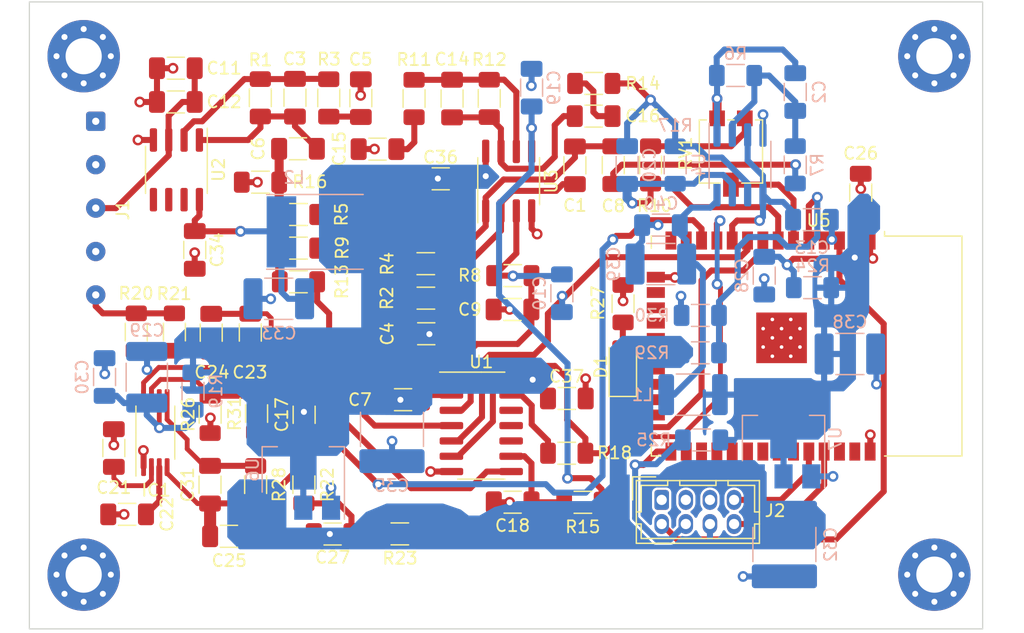
<source format=kicad_pcb>
(kicad_pcb (version 20211014) (generator pcbnew)
  (layers (0 "F.Cu" signal) (1 "In1.Cu" power) (2 "In2.Cu" power) (31 "B.Cu" signal) (34 "B.Paste" user) (35 "F.Paste" user) (36 "B.SilkS" user "B.Silkscreen") (37 "F.SilkS" user "F.Silkscreen") (38 "B.Mask" user) (39 "F.Mask" user) (44 "Edge.Cuts" user))
  (net 0 "")
  (net 1 "Net-(C4-Pad1)")
  (net 2 "Net-(C1-Pad2)")
  (net 3 "Net-(C3-Pad1)")
  (net 4 "Net-(C3-Pad2)")
  (net 5 "Net-(C15-Pad1)")
  (net 6 "Net-(C14-Pad2)")
  (net 7 "Net-(R10-Pad2)")
  (net 8 "Net-(C8-Pad1)")
  (net 9 "Net-(C2-Pad2)")
  (net 10 "Preamp")
  (net 11 "Net-(R9-Pad2)")
  (net 12 "CH1")
  (net 13 "Net-(C10-Pad1)")
  (net 14 "Net-(C2-Pad1)")
  (net 15 "Net-(R5-Pad2)")
  (net 16 "Net-(C1-Pad1)")
  (net 17 "Net-(C5-Pad2)")
  (net 18 "GND")
  (net 19 "/SENSOR_VN")
  (net 20 "+12V")
  (net 21 "Net-(D1-Pad2)")
  (net 22 "/IO0")
  (net 23 "/EN")
  (net 24 "Net-(C25-Pad2)")
  (net 25 "Net-(C23-Pad2)")
  (net 26 "/IO27")
  (net 27 "Net-(C20-Pad2)")
  (net 28 "CH2")
  (net 29 "Net-(C19-Pad1)")
  (net 30 "Net-(C16-Pad1)")
  (net 31 "Net-(R13-Pad2)")
  (net 32 "Net-(C14-Pad1)")
  (net 33 "/SENSOR_VP")
  (net 52 "/RXD")
  (net 53 "/TXD")
  (net 56 "Net-(C23-Pad1)")
  (net 57 "/RX")
  (net 58 "/TX")
  (net 59 "Net-(C7-Pad1)")
  (net 60 "Vref")
  (net 61 "RX_R")
  (net 62 "Net-(C25-Pad1)")
  (net 63 "Net-(C27-Pad2)")
  (net 64 "Net-(C31-Pad2)")
  (net 65 "/LED")
  (net 66 "/TX_PIN")
  (net 67 "RX_X")
  (net 68 "SW1_X")
  (net 69 "SW2_R")
  (net 70 "+5V")
  (net 71 "Net-(C29-Pad1)")
  (net 72 "Net-(R18-Pad2)")
  (net 79 "Net-(C21-Pad1)")
  (net 80 "Net-(C22-Pad2)")
  (net 81 "Net-(IC1-Pad7)")
  (net 82 "/+3V3")
  (net 83 "Net-(C33-Pad1)")
  (net 84 "Net-(C39-Pad1)")
  (footprint "Resistor_SMD:R_1206_3216Metric_Pad1.30x1.75mm_HandSolder" (layer "F.Cu") (at 73.8 45.71)
    (fp_text reference "R13")
    (fp_text value "10k")
  )
  (footprint "Capacitor_SMD:C_1206_3216Metric_Pad1.33x1.80mm_HandSolder" (layer "F.Cu") (at 78.97 30.48 -90)
    (fp_text reference "C5")
    (fp_text value "220n")
  )
  (footprint "Capacitor_SMD:C_1206_3216Metric_Pad1.33x1.80mm_HandSolder" (layer "F.Cu") (at 76.63 66.63)
    (fp_text reference "C27")
    (fp_text value "22n")
  )
  (footprint "Resistor_SMD:R_1206_3216Metric_Pad1.30x1.75mm_HandSolder" (layer "F.Cu") (at 73.8 42.92)
    (fp_text reference "R9")
    (fp_text value "10k")
  )
  (footprint "Resistor_SMD:R_1206_3216Metric_Pad1.30x1.75mm_HandSolder" (layer "F.Cu") (at 70.33 56.64 90)
    (fp_text reference "R31")
    (fp_text value "5k1")
  )
  (footprint "Resistor_SMD:R_1206_3216Metric_Pad1.30x1.75mm_HandSolder" (layer "F.Cu") (at 82.2 66.62)
    (fp_text reference "R23")
    (fp_text value "10k")
  )
  (footprint "Capacitor_SMD:C_1206_3216Metric_Pad1.33x1.80mm_HandSolder" (layer "F.Cu") (at 84.39 50.02)
    (fp_text reference "C4")
    (fp_text value "1u")
  )
  (footprint "Potentiometer_SMD:Potentiometer_Vishay_TS53YL_Vertical" (layer "F.Cu") (at 109.64 34.905 90)
    (fp_text reference "RV1")
    (fp_text value "5k")
  )
  (footprint "Resistor_SMD:R_1206_3216Metric_Pad1.30x1.75mm_HandSolder" (layer "F.Cu") (at 76.31 30.46 90)
    (fp_text reference "R3")
    (fp_text value "1k")
  )
  (footprint "Capacitor_SMD:C_1206_3216Metric_Pad1.33x1.80mm_HandSolder" (layer "F.Cu") (at 96.71 36.05 -90)
    (fp_text reference "C1")
    (fp_text value "10n")
  )
  (footprint "Capacitor_SMD:C_1206_3216Metric_Pad1.33x1.80mm_HandSolder" (layer "F.Cu") (at 58.5 59.5 90)
    (fp_text reference "C21")
    (fp_text value "1u")
  )
  (footprint "Capacitor_SMD:C_1206_3216Metric_Pad1.33x1.80mm_HandSolder" (layer "F.Cu") (at 91.54 48.01 180)
    (fp_text reference "C9")
    (fp_text value "220n")
  )
  (footprint "Capacitor_SMD:C_1206_3216Metric_Pad1.33x1.80mm_HandSolder" (layer "F.Cu") (at 91.55 63.99 180)
    (fp_text reference "C18")
    (fp_text value "220n")
  )
  (footprint "Resistor_SMD:R_1206_3216Metric_Pad1.30x1.75mm_HandSolder" (layer "F.Cu") (at 73.8 40.13)
    (fp_text reference "R5")
    (fp_text value "10k")
  )
  (footprint "Capacitor_SMD:C_1206_3216Metric_Pad1.33x1.80mm_HandSolder" (layer "F.Cu") (at 65.205 43.06625 -90)
    (fp_text reference "C34")
    (fp_text value "100n")
  )
  (footprint "Capacitor_SMD:C_1206_3216Metric_Pad1.33x1.80mm_HandSolder" (layer "F.Cu") (at 68.04 66.82)
    (fp_text reference "C25")
    (fp_text value "22n")
  )
  (footprint "Resistor_SMD:R_1206_3216Metric_Pad1.30x1.75mm_HandSolder" (layer "F.Cu") (at 83.38 30.51 90)
    (fp_text reference "R11")
    (fp_text value "22k")
  )
  (footprint "Resistor_SMD:R_1206_3216Metric_Pad1.30x1.75mm_HandSolder" (layer "F.Cu") (at 60.36 49.88 -90)
    (fp_text reference "R20")
    (fp_text value "10")
  )
  (footprint "MountingHole:MountingHole_3mm_Pad_Via" (layer "F.Cu") (at 56 27)
    (fp_text reference "H1" hide)
    (fp_text value "MountingHole_Pad")
  )
  (footprint "Connector_Wire:SolderWire-0.1sqmm_1x05_P3.6mm_D0.4mm_OD1mm" (layer "F.Cu") (at 57 32.4 -90)
    (fp_text reference "J1")
    (fp_text value "Coils Connector")
  )
  (footprint "Package_SO:SOIC-8_3.9x4.9mm_P1.27mm" (layer "F.Cu") (at 63.685 36.42625 -90)
    (fp_text reference "U2")
    (fp_text value "MCP602")
  )
  (footprint "Resistor_SMD:R_1206_3216Metric_Pad1.30x1.75mm_HandSolder" (layer "F.Cu") (at 91.56 45.2 180)
    (fp_text reference "R8")
    (fp_text value "100k")
  )
  (footprint "Resistor_SMD:R_1206_3216Metric_Pad1.30x1.75mm_HandSolder" (layer "F.Cu") (at 70.25 62.54 -90)
    (fp_text reference "R28")
    (fp_text value "100k")
  )
  (footprint "Resistor_SMD:R_1206_3216Metric_Pad1.30x1.75mm_HandSolder" (layer "F.Cu") (at 102.98 36.02 90)
    (fp_text reference "R10")
    (fp_text value "3k")
  )
  (footprint "Capacitor_SMD:C_1206_3216Metric_Pad1.33x1.80mm_HandSolder" (layer "F.Cu") (at 66.47 62.54 90)
    (fp_text reference "C31")
    (fp_text value "100p")
  )
  (footprint "MountingHole:MountingHole_3mm_Pad_Via" (layer "F.Cu") (at 56 70)
    (fp_text reference "H4" hide)
    (fp_text value "MountingHole_Pad")
  )
  (footprint "Resistor_SMD:R_1206_3216Metric_Pad1.30x1.75mm_HandSolder" (layer "F.Cu") (at 100.7 47.53 -90)
    (fp_text reference "R27")
    (fp_text value "100")
  )
  (footprint "Resistor_SMD:R_1206_3216Metric_Pad1.30x1.75mm_HandSolder" (layer "F.Cu") (at 74.25 62.54 -90)
    (fp_text reference "R22")
    (fp_text value "10k")
  )
  (footprint "Resistor_SMD:R_1206_3216Metric_Pad1.30x1.75mm_HandSolder" (layer "F.Cu") (at 97.37 64)
    (fp_text reference "R15")
    (fp_text value "100k")
  )
  (footprint "Resistor_SMD:R_1206_3216Metric_Pad1.30x1.75mm_HandSolder" (layer "F.Cu") (at 66.48 56.71 90)
    (fp_text reference "R26")
    (fp_text value "1")
  )
  (footprint "Package_SO:TSSOP-8_4.4x3mm_P0.65mm" (layer "F.Cu") (at 61.94 58.22 90)
    (fp_text reference "IC1")
    (fp_text value "MC34119")
  )
  (footprint "Capacitor_SMD:C_1206_3216Metric_Pad1.33x1.80mm_HandSolder" (layer "F.Cu") (at 63.6375 30.79625 180)
    (fp_text reference "C12")
    (fp_text value "33n")
  )
  (footprint "MountingHole:MountingHole_3mm_Pad_Via" (layer "F.Cu") (at 126.5 27)
    (fp_text reference "H2" hide)
    (fp_text value "MountingHole_Pad")
  )
  (footprint "Capacitor_SMD:C_1206_3216Metric_Pad1.33x1.80mm_HandSolder" (layer "F.Cu") (at 74.27 56.74 90)
    (fp_text reference "C17")
    (fp_text value "10u")
  )
  (footprint "Package_SO:SOIC-8_3.9x4.9mm_P1.27mm" (layer "F.Cu") (at 91.22 37.37 90)
    (fp_text reference "U3")
    (fp_text value "MCP602")
  )
  (footprint "Capacitor_SMD:C_1206_3216Metric_Pad1.33x1.80mm_HandSolder" (layer "F.Cu") (at 69.81 49.92 -90)
    (fp_text reference "C23")
    (fp_text value "1u")
  )
  (footprint "Capacitor_SMD:C_1206_3216Metric_Pad1.33x1.80mm_HandSolder" (layer "F.Cu") (at 120.396 38.3155 90)
    (fp_text reference "C26")
    (fp_text value "100n")
  )
  (footprint "Connector_Hirose:Hirose_DF11-8DP-2DSA_2x04_P2.00mm_Vertical" (layer "F.Cu") (at 103.9 63.8)
    (fp_text reference "J2")
    (fp_text value "INTERFACE")
  )
  (footprint "Resistor_SMD:R_1206_3216Metric_Pad1.30x1.75mm_HandSolder" (layer "F.Cu") (at 70.65 37.45)
    (fp_text reference "R16")
    (fp_text value "10k")
  )
  (footprint "Capacitor_SMD:C_1206_3216Metric_Pad1.33x1.80mm_HandSolder" (layer "F.Cu") (at 96.04 55.39 180)
    (fp_text reference "C37")
    (fp_text value "100n")
  )
  (footprint "Capacitor_SMD:C_1206_3216Metric_Pad1.33x1.80mm_HandSolder" (layer "F.Cu") (at 80.35 34.71 180)
    (fp_text reference "C15")
    (fp_text value "1u")
  )
  (footprint "LED_SMD:LED_1206_3216Metric_Pad1.42x1.75mm_HandSolder" (layer "F.Cu") (at 100.68 52.7625 90)
    (fp_text reference "D1")
    (fp_text value "LED")
  )
  (footprint "Capacitor_SMD:C_1206_3216Metric_Pad1.33x1.80mm_HandSolder" (layer "F.Cu") (at 86.53 30.5125 90)
    (fp_text reference "C14")
    (fp_text value "10n")
  )
  (footprint "Resistor_SMD:R_1206_3216Metric_Pad1.30x1.75mm_HandSolder" (layer "F.Cu") (at 84.35 44.21 180)
    (fp_text reference "R4")
    (fp_text value "2M2")
  )
  (footprint "Capacitor_SMD:C_1206_3216Metric_Pad1.33x1.80mm_HandSolder" (layer "F.Cu") (at 99.89 36.0375 90)
    (fp_text reference "C8")
    (fp_text value "470n")
  )
  (footprint "Capacitor_SMD:C_1206_3216Metric_Pad1.33x1.80mm_HandSolder" (layer "F.Cu") (at 85.59 37.17)
    (fp_text reference "C36")
    (fp_text value "100n")
  )
  (footprint "Capacitor_SMD:C_1206_3216Metric_Pad1.33x1.80mm_HandSolder" (layer "F.Cu") (at 82.47 55.49 180)
    (fp_text reference "C7")
    (fp_text value "220n")
  )
  (footprint "Capacitor_SMD:C_1206_3216Metric_Pad1.33x1.80mm_HandSolder" (layer "F.Cu") (at 73.51 30.4425 -90)
    (fp_text reference "C3")
    (fp_text value "680p")
  )
  (footprint "MountingHole:MountingHole_3mm_Pad_Via" (layer "F.Cu") (at 126.5 70)
    (fp_text reference "H3" hide)
    (fp_text value "MountingHole_Pad")
  )
  (footprint "Capacitor_SMD:C_1206_3216Metric_Pad1.33x1.80mm_HandSolder" (layer "F.Cu") (at 98.26 31.97 180)
    (fp_text reference "C16")
    (fp_text value "470n")
  )
  (footprint "Resistor_SMD:R_1206_3216Metric_Pad1.30x1.75mm_HandSolder" (layer "F.Cu") (at 89.61 30.5 -90)
    (fp_text reference "R12")
    (fp_text value "2M2")
  )
  (footprint "Capacitor_SMD:C_1206_3216Metric_Pad1.33x1.80mm_HandSolder" (layer "F.Cu") (at 73.76 34.68)
    (fp_text reference "C6")
    (fp_text value "22n")
  )
  (footprint "Capacitor_SMD:C_1206_3216Metric_Pad1.33x1.80mm_HandSolder" (layer "F.Cu") (at 63.6375 27.99625)
    (fp_text reference "C11")
    (fp_text value "33n")
  )
  (footprint "Resistor_SMD:R_1206_3216Metric_Pad1.30x1.75mm_HandSolder" (layer "F.Cu") (at 96.03 59.93 180)
    (fp_text reference "R18")
    (fp_text value "10k")
  )
  (footprint "Capacitor_SMD:C_1206_3216Metric_Pad1.33x1.80mm_HandSolder" (layer "F.Cu") (at 66.57 49.93 90)
    (fp_text reference "C24")
    (fp_text value "1u")
  )
  (footprint "Resistor_SMD:R_1206_3216Metric_Pad1.30x1.75mm_HandSolder" (layer "F.Cu") (at 98.27 29.26)
    (fp_text reference "R14")
    (fp_text value "47k")
  )
  (footprint "Resistor_SMD:R_1206_3216Metric_Pad1.30x1.75mm_HandSolder" (layer "F.Cu") (at 84.36 47.07)
    (fp_text reference "R2")
    (fp_text value "22k")
  )
  (footprint "Package_SO:SO-14_3.9x8.65mm_P1.27mm" (layer "F.Cu") (at 88.95 57.64)
    (fp_text reference "U1")
    (fp_text value "4066")
  )
  (footprint "Capacitor_SMD:C_1206_3216Metric_Pad1.33x1.80mm_HandSolder" (layer "F.Cu") (at 59.6 65)
    (fp_text reference "C22")
    (fp_text value "1u")
  )
  (footprint "Resistor_SMD:R_1206_3216Metric_Pad1.30x1.75mm_HandSolder" (layer "F.Cu") (at 70.64 30.45 -90)
    (fp_text reference "R1")
    (fp_text value "180k")
  )
  (footprint "Resistor_SMD:R_1206_3216Metric_Pad1.30x1.75mm_HandSolder" (layer "F.Cu") (at 63.52 49.88 90)
    (fp_text reference "R21")
    (fp_text value "10")
  )
  (footprint "RF_Module:ESP32-WROOM-32" (layer "F.Cu") (at 112.925 51.04 -90)
    (fp_text reference "U5")
    (fp_text value "ESP32-WROOM-32")
  )
  (footprint "Resistor_SMD:R_1206_3216Metric_Pad1.30x1.75mm_HandSolder" (layer "B.Cu") (at 65.06 54.78 -90)
    (fp_text reference "R19")
    (fp_text value "1")
  )
  (footprint "Capacitor_SMD:C_1812_4532Metric_Pad1.57x3.40mm_HandSolder" (layer "B.Cu") (at 61.23 53.63 90)
    (fp_text reference "C29")
    (fp_text value "470u")
  )
  (footprint "Capacitor_SMD:C_1812_4532Metric_Pad1.57x3.40mm_HandSolder" (layer "B.Cu") (at 72.17 47.12 180)
    (fp_text reference "C33")
    (fp_text value "470u")
  )
  (footprint "Inductor_SMD:L_Taiyo-Yuden_NR-60xx_HandSoldering" (layer "B.Cu") (at 75.165 41.57 180)
    (fp_text reference "L2")
    (fp_text value "10mH")
  )
  (footprint "Capacitor_SMD:C_1206_3216Metric_Pad1.33x1.80mm_HandSolder" (layer "B.Cu") (at 57.73 53.61 -90)
    (fp_text reference "C30")
    (fp_text value "100n")
  )
  (footprint "Resistor_SMD:R_1206_3216Metric_Pad1.30x1.75mm_HandSolder" (layer "B.Cu") (at 107.21 58.83)
    (fp_text reference "R25")
    (fp_text value "10k")
  )
  (footprint "Capacitor_SMD:C_1206_3216Metric_Pad1.33x1.80mm_HandSolder" (layer "B.Cu") (at 95.63 46.66 -90)
    (fp_text reference "C10")
    (fp_text value "220n")
  )
  (footprint "Resistor_SMD:R_1206_3216Metric_Pad1.30x1.75mm_HandSolder" (layer "B.Cu") (at 114.97 36.01 90)
    (fp_text reference "R7")
    (fp_text value "47k")
  )
  (footprint "Package_TO_SOT_SMD:SOT-223-3_TabPin2" (layer "B.Cu") (at 74.2 61.3 90)
    (fp_text reference "U6")
    (fp_text value "LD1117S50TR")
  )
  (footprint "Resistor_SMD:R_1206_3216Metric_Pad1.30x1.75mm_HandSolder" (layer "B.Cu") (at 107.1 48.5)
    (fp_text reference "R30")
    (fp_text value "10k")
  )
  (footprint "Capacitor_SMD:C_2220_5650Metric_Pad1.97x5.40mm_HandSolder" (layer "B.Cu") (at 81.55 57.95 -90)
    (fp_text reference "C35")
    (fp_text value "470u")
  )
  (footprint "Capacitor_SMD:C_1206_3216Metric_Pad1.33x1.80mm_HandSolder" (layer "B.Cu") (at 101.0375 36.0275 90)
    (fp_text reference "C20")
    (fp_text value "22n")
  )
  (footprint "Capacitor_SMD:C_1206_3216Metric_Pad1.33x1.80mm_HandSolder" (layer "B.Cu") (at 112.4 45.2 -90)
    (fp_text reference "C28")
    (fp_text value "100n")
  )
  (footprint "Capacitor_SMD:C_1812_4532Metric_Pad1.57x3.40mm_HandSolder" (layer "B.Cu") (at 103.83 44.24 180)
    (fp_text reference "C39")
    (fp_text value "470u")
  )
  (footprint "Resistor_SMD:R_1206_3216Metric_Pad1.30x1.75mm_HandSolder" (layer "B.Cu") (at 110.02 28.6 180)
    (fp_text reference "R6")
    (fp_text value "1M")
  )
  (footprint "Resistor_SMD:R_1206_3216Metric_Pad1.30x1.75mm_HandSolder" (layer "B.Cu") (at 105.0175 36.025 -90)
    (fp_text reference "R17")
    (fp_text value "1M")
  )
  (footprint "Resistor_SMD:R_1206_3216Metric_Pad1.30x1.75mm_HandSolder" (layer "B.Cu") (at 116.4 46.2 180)
    (fp_text reference "R24")
    (fp_text value "10k")
  )
  (footprint "Capacitor_SMD:C_1206_3216Metric_Pad1.33x1.80mm_HandSolder" (layer "B.Cu") (at 114.97 29.97 -90)
    (fp_text reference "C2")
    (fp_text value "22n")
  )
  (footprint "Capacitor_SMD:C_1206_3216Metric_Pad1.33x1.80mm_HandSolder" (layer "B.Cu") (at 103.84 41.01)
    (fp_text reference "C40")
    (fp_text value "100n")
  )
  (footprint "Package_TO_SOT_SMD:SOT-223-3_TabPin2" (layer "B.Cu") (at 114 58.7 90)
    (fp_text reference "U7")
    (fp_text value "LD1117S33TR")
  )
  (footprint "Resistor_SMD:R_1206_3216Metric_Pad1.30x1.75mm_HandSolder" (layer "B.Cu") (at 107.1 51.6 180)
    (fp_text reference "R29")
    (fp_text value "20k")
  )
  (footprint "Package_SO:SOIC-8_3.9x4.9mm_P1.27mm" (layer "B.Cu") (at 110.39 36.01 -90)
    (fp_text reference "U4")
    (fp_text value "MCP602")
  )
  (footprint "Capacitor_SMD:C_1206_3216Metric_Pad1.33x1.80mm_HandSolder" (layer "B.Cu") (at 116.35 40.56 180)
    (fp_text reference "C13")
    (fp_text value "100u")
  )
  (footprint "Inductor_SMD:L_1812_4532Metric_Pad1.30x3.40mm_HandSolder" (layer "B.Cu") (at 106.5 55.07 180)
    (fp_text reference "L1")
    (fp_text value "10mH")
  )
  (footprint "Capacitor_SMD:C_2220_5650Metric_Pad1.97x5.40mm_HandSolder" (layer "B.Cu") (at 114.07 67.5 -90)
    (fp_text reference "C32")
    (fp_text value "100u")
  )
  (footprint "Capacitor_SMD:C_1206_3216Metric_Pad1.33x1.80mm_HandSolder" (layer "B.Cu") (at 93.12 29.61 90)
    (fp_text reference "C19")
    (fp_text value "220n")
  )
  (footprint "Capacitor_SMD:C_1812_4532Metric_Pad1.57x3.40mm_HandSolder" (layer "B.Cu") (at 119.5 51.7)
    (fp_text reference "C38")
    (fp_text value "470u")
  )
  (gr_rect (start 51.5 22.5) (end 130.5 74.5) (layer "Edge.Cuts") (width 0.1) (fill none))
  (segment (start 82.8275 50.02) (end 82.8275 47.0875) (width 0.75) (layer "F.Cu") (net 1))
  (segment (start 82.8275 47.0875) (end 82.81 47.07) (width 0.75) (layer "F.Cu") (net 1))
  (segment (start 90.585 41.465) (end 90.585 39.845) (width 0.5) (layer "F.Cu") (net 2))
  (segment (start 95.7075 37.6125) (end 96.71 37.6125) (width 0.5) (layer "F.Cu") (net 2))
  (segment (start 95.15 38.17) (end 91.55 38.17) (width 0.5) (layer "F.Cu") (net 2))
  (segment (start 85.91 44.22) (end 85.9 44.21) (width 0.75) (layer "F.Cu") (net 2))
  (segment (start 91.55 38.17) (end 90.585 39.135) (width 0.5) (layer "F.Cu") (net 2))
  (segment (start 85.91 47.07) (end 85.91 44.22) (width 0.75) (layer "F.Cu") (net 2))
  (segment (start 95.15 38.17) (end 95.7075 37.6125) (width 0.5) (layer "F.Cu") (net 2))
  (segment (start 87.84 44.21) (end 90.585 41.465) (width 0.5) (layer "F.Cu") (net 2))
  (segment (start 85.9 44.21) (end 87.84 44.21) (width 0.5) (layer "F.Cu") (net 2))
  (segment (start 69.32 28.9) (end 70.64 28.9) (width 0.5) (layer "F.Cu") (net 3))
  (segment (start 70.64 28.9) (end 73.49 28.9) (width 0.5) (layer "F.Cu") (net 3))
  (segment (start 73.49 28.9) (end 73.51 28.88) (width 0.5) (layer "F.Cu") (net 3))
  (segment (start 76.28 28.88) (end 76.31 28.91) (width 0.5) (layer "F.Cu") (net 3))
  (segment (start 65.82 32.4) (end 69.32 28.9) (width 0.5) (layer "F.Cu") (net 3))
  (segment (start 73.51 28.88) (end 76.28 28.88) (width 0.5) (layer "F.Cu") (net 3))
  (segment (start 64.32 33.95125) (end 64.32 33.21) (width 0.5) (layer "F.Cu") (net 3))
  (segment (start 65.13 32.4) (end 65.82 32.4) (width 0.5) (layer "F.Cu") (net 3))
  (segment (start 64.32 33.21) (end 65.13 32.4) (width 0.5) (layer "F.Cu") (net 3))
  (segment (start 73.505 32) (end 73.51 32.005) (width 1) (layer "F.Cu") (net 4))
  (segment (start 69.62875 33.95125) (end 70.65 32.93) (width 0.5) (layer "F.Cu") (net 4))
  (segment (start 75.3225 34.6225) (end 75.3225 34.68) (width 1) (layer "F.Cu") (net 4))
  (segment (start 73.51 32.81) (end 75.3225 34.6225) (width 0.5) (layer "F.Cu") (net 4))
  (segment (start 73.51 32.005) (end 73.51 32.81) (width 0.5) (layer "F.Cu") (net 4))
  (segment (start 70.64 32) (end 73.505 32) (width 0.5) (layer "F.Cu") (net 4))
  (segment (start 70.65 32.93) (end 70.65 32.01) (width 0.5) (layer "F.Cu") (net 4))
  (segment (start 65.59 33.95125) (end 69.62875 33.95125) (width 0.5) (layer "F.Cu") (net 4))
  (segment (start 70.65 32.01) (end 70.64 32) (width 0.5) (layer "F.Cu") (net 4))
  (segment (start 82.83 34.71) (end 83.4 34.14) (width 0.5) (layer "F.Cu") (net 5))
  (segment (start 83.4 34.14) (end 83.4 32.08) (width 0.5) (layer "F.Cu") (net 5))
  (segment (start 83.4 32.08) (end 83.38 32.06) (width 0.75) (layer "F.Cu") (net 5))
  (segment (start 81.9125 34.71) (end 82.83 34.71) (width 0.5) (layer "F.Cu") (net 5))
  (segment (start 83.38 28.96) (end 86.52 28.96) (width 0.5) (layer "F.Cu") (net 6))
  (segment (start 86.52 28.96) (end 86.53 28.95) (width 0.75) (layer "F.Cu") (net 6))
  (segment (start 91.855 29.965) (end 90.84 28.95) (width 0.5) (layer "F.Cu") (net 6))
  (segment (start 86.53 28.95) (end 89.61 28.95) (width 0.5) (layer "F.Cu") (net 6))
  (segment (start 90.84 28.95) (end 89.61 28.95) (width 0.5) (layer "F.Cu") (net 6))
  (segment (start 91.855 34.895) (end 91.855 29.965) (width 0.5) (layer "F.Cu") (net 6))
  (segment (start 109.65 34.47) (end 110.79 33.33) (width 0.5) (layer "F.Cu") (net 7))
  (segment (start 110.79 33.33) (end 110.79 32.155) (width 0.5) (layer "F.Cu") (net 7))
  (segment (start 102.98 34.47) (end 109.65 34.47) (width 0.5) (layer "F.Cu") (net 7))
  (segment (start 99.89 36.72) (end 99.89 37.6) (width 0.5) (layer "F.Cu") (net 8))
  (segment (start 115 36) (end 100.61 36) (width 0.5) (layer "F.Cu") (net 8))
  (segment (start 100.61 36) (end 99.89 36.72) (width 0.5) (layer "F.Cu") (net 8))
  (via blind (at 115 36) (size 0.9) (drill 0.5) (layers "F.Cu" "B.Cu") (remove_unused_layers) (net 8))
  (segment (start 114.97 36.03) (end 115 36) (width 0.5) (layer "B.Cu") (net 8))
  (segment (start 114.97 37.56) (end 114.97 36.03) (width 0.5) (layer "B.Cu") (net 8))
  (segment (start 111.58 30.77) (end 111.58 28.61) (width 0.5) (layer "B.Cu") (net 9))
  (segment (start 111.58 28.61) (end 111.57 28.6) (width 0.5) (layer "B.Cu") (net 9))
  (segment (start 109.755 33.535) (end 109.755 32.595) (width 0.5) (layer "B.Cu") (net 9))
  (segment (start 109.755 32.595) (end 111.58 30.77) (width 0.5) (layer "B.Cu") (net 9))
  (segment (start 114.97 31.5325) (end 114.97 34.46) (width 0.5) (layer "B.Cu") (net 9))
  (segment (start 111.58 28.61) (end 112.8 28.61) (width 0.5) (layer "B.Cu") (net 9))
  (segment (start 112.8 28.61) (end 114.97 30.78) (width 0.5) (layer "B.Cu") (net 9))
  (segment (start 114.97 30.78) (end 114.97 31.5325) (width 0.5) (layer "B.Cu") (net 9))
  (segment (start 72.1975 37.4475) (end 72.2 37.45) (width 0.75) (layer "F.Cu") (net 10))
  (segment (start 72.25 40.13) (end 72.25 42.92) (width 0.75) (layer "F.Cu") (net 10))
  (segment (start 72.1975 34.68) (end 72.1975 37.4475) (width 0.75) (layer "F.Cu") (net 10))
  (segment (start 72.25 42.92) (end 72.25 45.71) (width 0.75) (layer "F.Cu") (net 10))
  (segment (start 72.2 37.45) (end 72.2 40.08) (width 0.75) (layer "F.Cu") (net 10))
  (segment (start 72.2 40.08) (end 72.25 40.13) (width 0.75) (layer "F.Cu") (net 10))
  (segment (start 77.53 42.92) (end 75.35 42.92) (width 0.5) (layer "F.Cu") (net 11))
  (segment (start 80.12 57.64) (end 79.28 56.8) (width 0.5) (layer "F.Cu") (net 11))
  (segment (start 79.28 44.67) (end 77.53 42.92) (width 0.5) (layer "F.Cu") (net 11))
  (segment (start 86.475 57.64) (end 80.12 57.64) (width 0.5) (layer "F.Cu") (net 11))
  (segment (start 79.28 56.8) (end 79.28 44.67) (width 0.5) (layer "F.Cu") (net 11))
  (segment (start 93.1025 49.7275) (end 93.1025 48.01) (width 0.5) (layer "F.Cu") (net 12))
  (segment (start 87.33 56.37) (end 88.07 55.63) (width 0.5) (layer "F.Cu") (net 12))
  (segment (start 93.1025 45.2075) (end 93.11 45.2) (width 0.5) (layer "F.Cu") (net 12))
  (segment (start 91.96 50.87) (end 93.1025 49.7275) (width 0.5) (layer "F.Cu") (net 12))
  (segment (start 88.57 50.87) (end 91.96 50.87) (width 0.5) (layer "F.Cu") (net 12))
  (segment (start 93.1025 48.01) (end 93.1025 45.2075) (width 0.5) (layer "F.Cu") (net 12))
  (segment (start 88.07 51.37) (end 88.57 50.87) (width 0.5) (layer "F.Cu") (net 12))
  (segment (start 88.07 55.63) (end 88.07 51.37) (width 0.5) (layer "F.Cu") (net 12))
  (segment (start 86.475 56.37) (end 87.33 56.37) (width 0.5) (layer "F.Cu") (net 12))
  (segment (start 91.855 43.355) (end 90.01 45.2) (width 0.5) (layer "F.Cu") (net 13))
  (segment (start 90.01 45.2) (end 91.55 45.2) (width 0.5) (layer "F.Cu") (net 13))
  (segment (start 91.855 39.845) (end 91.855 43.355) (width 0.5) (layer "F.Cu") (net 13))
  (segment (start 91.55 45.2) (end 91.58 45.23) (width 0.5) (layer "F.Cu") (net 13))
  (via blind (at 91.58 45.23) (size 0.9) (drill 0.5) (layers "F.Cu" "B.Cu") (remove_unused_layers) (net 13))
  (segment (start 91.58 45.23) (end 95.4975 45.23) (width 0.5) (layer "B.Cu") (net 13))
  (segment (start 95.4975 45.23) (end 95.63 45.0975) (width 0.5) (layer "B.Cu") (net 13))
  (segment (start 108.49 30.52) (end 108.49 32.155) (width 0.75) (layer "F.Cu") (net 14))
  (via blind (at 108.49 30.52) (size 0.9) (drill 0.5) (layers "F.Cu" "B.Cu") (remove_unused_layers) (net 14))
  (segment (start 109.1 26.45) (end 113.93 26.45) (width 0.5) (layer "B.Cu") (net 14))
  (segment (start 114.97 27.49) (end 114.97 28.4075) (width 0.5) (layer "B.Cu") (net 14))
  (segment (start 113.93 26.45) (end 114.97 27.49) (width 0.5) (layer "B.Cu") (net 14))
  (segment (start 108.46 27.09) (end 109.1 26.45) (width 0.5) (layer "B.Cu") (net 14))
  (segment (start 108.485 30.525) (end 108.49 30.52) (width 0.5) (layer "B.Cu") (net 14))
  (segment (start 108.46 28.59) (end 108.46 27.09) (width 0.5) (layer "B.Cu") (net 14))
  (segment (start 108.49 30.52) (end 108.49 28.62) (width 0.5) (layer "B.Cu") (net 14))
  (segment (start 108.485 33.535) (end 108.485 30.525) (width 0.5) (layer "B.Cu") (net 14))
  (segment (start 108.47 28.6) (end 108.46 28.59) (width 0.5) (layer "B.Cu") (net 14))
  (segment (start 108.49 28.62) (end 108.47 28.6) (width 0.5) (layer "B.Cu") (net 14))
  (segment (start 86.475 53.83) (end 83.89 53.83) (width 0.5) (layer "F.Cu") (net 15))
  (segment (start 81.15 44.14) (end 77.14 40.13) (width 0.5) (layer "F.Cu") (net 15))
  (segment (start 77.14 40.13) (end 75.35 40.13) (width 0.5) (layer "F.Cu") (net 15))
  (segment (start 81.15 51.09) (end 81.15 44.14) (width 0.5) (layer "F.Cu") (net 15))
  (segment (start 83.89 53.83) (end 81.15 51.09) (width 0.5) (layer "F.Cu") (net 15))
  (segment (start 83.57 42.03) (end 82.8 42.8) (width 0.5) (layer "F.Cu") (net 16))
  (segment (start 96.7225 34.475) (end 96.71 34.4875) (width 1) (layer "F.Cu") (net 16))
  (segment (start 82.8 42.8) (end 82.8 44.21) (width 0.5) (layer "F.Cu") (net 16))
  (segment (start 94.8925 37.2275) (end 96.71 35.41) (width 0.5) (layer "F.Cu") (net 16))
  (segment (start 89.315 39.845) (end 89.315 41.105) (width 0.5) (layer "F.Cu") (net 16))
  (segment (start 96.71 35.41) (end 96.71 34.4875) (width 0.5) (layer "F.Cu") (net 16))
  (segment (start 89.315 39.845) (end 89.315 38.715) (width 0.5) (layer "F.Cu") (net 16))
  (segment (start 88.39 42.03) (end 83.57 42.03) (width 0.5) (layer "F.Cu") (net 16))
  (segment (start 89.315 41.105) (end 88.39 42.03) (width 0.5) (layer "F.Cu") (net 16))
  (segment (start 90.8025 37.2275) (end 94.8925 37.2275) (width 0.5) (layer "F.Cu") (net 16))
  (segment (start 99.89 34.475) (end 96.7225 34.475) (width 0.5) (layer "F.Cu") (net 16))
  (segment (start 89.315 38.715) (end 90.8025 37.2275) (width 0.5) (layer "F.Cu") (net 16))
  (segment (start 76.31 32.01) (end 78.9375 32.01) (width 0.5) (layer "F.Cu") (net 17))
  (segment (start 78.9375 32.01) (end 78.97 32.0425) (width 1) (layer "F.Cu") (net 17))
  (segment (start 58.5 59.25) (end 58.5 57.9375) (width 0.5) (layer "F.Cu") (net 18))
  (segment (start 91.3 48) (end 89.9875 48) (width 0.5) (layer "F.Cu") (net 18))
  (segment (start 59.35 65) (end 58.0375 65) (width 0.5) (layer "F.Cu") (net 18))
  (segment (start 66.5 57) (end 66.5 58.24) (width 0.5) (layer "F.Cu") (net 18))
  (segment (start 93.125 41.295) (end 93.58 41.75) (width 0.5) (layer "F.Cu") (net 18))
  (segment (start 82.25 55.5) (end 80.9175 55.5) (width 0.5) (layer "F.Cu") (net 18))
  (segment (start 104.98 45.33) (end 105 45.35) (width 0.5) (layer "F.Cu") (net 18))
  (segment (start 60.5 33.95) (end 61.77875 33.95) (width 0.5) (layer "F.Cu") (net 18))
  (segment (start 63.4 28) (end 62.07875 28) (width 0.5) (layer "F.Cu") (net 18))
  (segment (start 84.0275 37.17) (end 85.33 37.17) (width 0.5) (layer "F.Cu") (net 18))
  (segment (start 65.2 43.3) (end 65.2 44.62375) (width 0.5) (layer "F.Cu") (net 18))
  (segment (start 84.75 61.45) (end 86.475 61.45) (width 0.5) (layer "F.Cu") (net 18))
  (segment (start 62.075 30.79625) (end 62.075 27.99625) (width 0.5) (layer "F.Cu") (net 18))
  (segment (start 93.125 39.845) (end 93.125 41.295) (width 0.5) (layer "F.Cu") (net 18))
  (segment (start 91.3 64) (end 89.9975 64) (width 0.5) (layer "F.Cu") (net 18))
  (segment (start 60.965 61.0825) (end 60.965 59.715) (width 0.5) (layer "F.Cu") (net 18))
  (segment (start 62.07125 30.8) (end 62.075 30.79625) (width 0.5) (layer "F.Cu") (net 18))
  (segment (start 103.415 45.33) (end 104.98 45.33) (width 0.5) (layer "F.Cu") (net 18))
  (segment (start 78.95 30.25) (end 78.95 28.9375) (width 0.5) (layer "F.Cu") (net 18))
  (segment (start 121.175 42.29) (end 121.175 43.545) (width 0.5) (layer "F.Cu") (net 18))
  (segment (start 84.65 50.05) (end 85.9225 50.05) (width 0.5) (layer "F.Cu") (net 18))
  (segment (start 100.7 45.98) (end 100.7 47.3) (width 0.5) (layer "F.Cu") (net 18))
  (segment (start 60.65 30.8) (end 62.07125 30.8) (width 0.5) (layer "F.Cu") (net 18))
  (segment (start 61.77875 33.95) (end 61.78 33.95125) (width 0.5) (layer "F.Cu") (net 18))
  (segment (start 76.4 66.63) (end 75.0675 66.63) (width 0.5) (layer "F.Cu") (net 18))
  (segment (start 85.33 37.17) (end 85.35 37.15) (width 0.5) (layer "F.Cu") (net 18))
  (segment (start 121.19 58.4) (end 121.19 59.775) (width 0.5) (layer "F.Cu") (net 18))
  (segment (start 97.6 53.75) (end 97.6 55.3875) (width 0.5) (layer "F.Cu") (net 18))
  (segment (start 70.4 37.45) (end 69.1 37.45) (width 0.5) (layer "F.Cu") (net 18))
  (segment (start 80.1 34.7) (end 78.7975 34.7) (width 0.5) (layer "F.Cu") (net 18))
  (segment (start 74.25 56.5) (end 74.25 55.1975) (width 0.5) (layer "F.Cu") (net 18))
  (segment (start 60.965 59.715) (end 60.95 59.7) (width 0.5) (layer "F.Cu") (net 18))
  (segment (start 121.175 43.545) (end 121.4 43.77) (width 0.5) (layer "F.Cu") (net 18))
  (segment (start 120.4 38) (end 120.4 36.757) (width 0.5) (layer "F.Cu") (net 18))
  (via blind (at 93.58 41.75) (size 0.9) (drill 0.5) (layers "F.Cu" "In1.Cu") (remove_unused_layers) (net 18))
  (via blind (at 70.4 37.45) (size 0.9) (drill 0.5) (layers "F.Cu" "In1.Cu") (remove_unused_layers) (net 18))
  (via blind (at 74.25 56.5) (size 0.9) (drill 0.5) (layers "F.Cu" "In1.Cu") (remove_unused_layers) (net 18))
  (via blind (at 58.5 59.25) (size 0.9) (drill 0.5) (layers "F.Cu" "In1.Cu") (remove_unused_layers) (net 18))
  (via blind (at 66.5 57) (size 0.9) (drill 0.5) (layers "F.Cu" "In1.Cu") (remove_unused_layers) (net 18))
  (via blind (at 60.65 30.8) (size 0.9) (drill 0.5) (layers "F.Cu" "In1.Cu") (remove_unused_layers) (net 18))
  (via blind (at 63.4 28) (size 0.9) (drill 0.5) (layers "F.Cu" "In1.Cu") (remove_unused_layers) (net 18))
  (via blind (at 65.2 43.3) (size 0.9) (drill 0.5) (layers "F.Cu" "In1.Cu") (remove_unused_layers) (net 18))
  (via blind (at 121.4 43.77) (size 0.9) (drill 0.5) (layers "F.Cu" "In1.Cu") (remove_unused_layers) (net 18))
  (via blind (at 60.5 33.95) (size 0.9) (drill 0.5) (layers "F.Cu" "In1.Cu") (remove_unused_layers) (net 18))
  (via blind (at 91.3 48) (size 0.9) (drill 0.5) (layers "F.Cu" "In1.Cu") (remove_unused_layers) (net 18))
  (via blind (at 76.4 66.63) (size 0.9) (drill 0.5) (layers "F.Cu" "In1.Cu") (remove_unused_layers) (net 18))
  (via blind (at 91.3 64) (size 0.9) (drill 0.5) (layers "F.Cu" "In1.Cu") (remove_unused_layers) (net 18))
  (via blind (at 60.95 59.7) (size 0.9) (drill 0.5) (layers "F.Cu" "In1.Cu") (remove_unused_layers) (net 18))
  (via blind (at 97.6 53.75) (size 0.9) (drill 0.5) (layers "F.Cu" "In1.Cu") (remove_unused_layers) (net 18))
  (via blind (at 84.65 50.05) (size 0.9) (drill 0.5) (layers "F.Cu" "In1.Cu") (remove_unused_layers) (net 18))
  (via blind (at 121.19 58.4) (size 0.9) (drill 0.5) (layers "F.Cu" "In1.Cu") (remove_unused_layers) (net 18))
  (via blind (at 82.25 55.5) (size 0.9) (drill 0.5) (layers "F.Cu" "In1.Cu") (net 18))
  (via blind (at 100.7 47.3) (size 0.9) (drill 0.5) (layers "F.Cu" "In1.Cu") (remove_unused_layers) (net 18))
  (via blind (at 120.4 38) (size 0.9) (drill 0.5) (layers "F.Cu" "In1.Cu") (remove_unused_layers) (net 18))
  (via blind (at 80.1 34.7) (size 0.9) (drill 0.5) (layers "F.Cu" "In1.Cu") (remove_unused_layers) (net 18))
  (via blind (at 85.35 37.15) (size 0.9) (drill 0.5) (layers "F.Cu" "In1.Cu") (remove_unused_layers) (net 18))
  (via blind (at 105 45.35) (size 0.9) (drill 0.5) (layers "F.Cu" "In1.Cu") (remove_unused_layers) (net 18))
  (via blind (at 84.75 61.45) (size 0.9) (drill 0.5) (layers "F.Cu" "In1.Cu") (remove_unused_layers) (net 18))
  (via blind (at 78.95 30.25) (size 0.9) (drill 0.5) (layers "F.Cu" "In1.Cu") (remove_unused_layers) (net 18))
  (via blind (at 59.35 65) (size 0.9) (drill 0.5) (layers "F.Cu" "In1.Cu") (remove_unused_layers) (net 18))
  (via blind (at 93.1 29.45) (size 0.9) (drill 0.5) (layers "In2.Cu" "B.Cu") (remove_unused_layers) (net 18))
  (via blind (at 118.1 61.85) (size 0.9) (drill 0.5) (layers "In2.Cu" "B.Cu") (remove_unused_layers) (net 18))
  (via blind (at 81.555 58.925) (size 0.9) (drill 0.5) (layers "In2.Cu" "B.Cu") (remove_unused_layers) (net 18))
  (via blind (at 112.4 45.45) (size 0.9) (drill 0.5) (layers "In2.Cu" "B.Cu") (remove_unused_layers) (net 18))
  (via blind (at 110.65 70.15) (size 0.9) (drill 0.5) (layers "In2.Cu" "B.Cu") (remove_unused_layers) (net 18))
  (via blind (at 95.65 46.9) (size 0.9) (drill 0.5) (layers "In2.Cu" "B.Cu") (remove_unused_layers) (net 18))
  (via blind (at 76.5 62.8) (size 0.9) (drill 0.5) (layers "In2.Cu" "B.Cu") (remove_unused_layers) (net 18))
  (via blind (at 121.7 54.2) (size 0.9) (drill 0.5) (layers "In2.Cu" "B.Cu") (remove_unused_layers) (net 18))
  (via blind (at 112.3 31.85) (size 0.9) (drill 0.5) (layers "In2.Cu" "B.Cu") (remove_unused_layers) (net 18))
  (via blind (at 71.5 47.125) (size 0.9) (drill 0.5) (layers "In2.Cu" "B.Cu") (remove_unused_layers) (net 18))
  (via blind (at 103.6 41) (size 0.9) (drill 0.5) (layers "In2.Cu" "B.Cu") (remove_unused_layers) (net 18))
  (via blind (at 57.75 53.35) (size 0.9) (drill 0.5) (layers "In2.Cu" "B.Cu") (remove_unused_layers) (net 18))
  (via blind (at 118 42.2) (size 0.9) (drill 0.5) (layers "In2.Cu" "B.Cu") (remove_unused_layers) (net 18))
  (via blind (at 61.25 53) (size 0.9) (drill 0.5) (layers "In2.Cu" "B.Cu") (remove_unused_layers) (net 18))
  (via blind (at 105.5 46.9) (size 0.9) (drill 0.5) (layers "In2.Cu" "B.Cu") (net 18))
  (segment (start 103.6 41) (end 102.2875 41) (width 0.5) (layer "B.Cu") (net 18))
  (segment (start 61.25 53) (end 61.25 51.5125) (width 0.5) (layer "B.Cu") (net 18))
  (segment (start 93.12 29.43) (end 93.1 29.45) (width 0.5) (layer "B.Cu") (net 18))
  (segment (start 57.75 53.35) (end 57.75 52.0675) (width 0.5) (layer "B.Cu") (net 18))
  (segment (start 95.65 46.9) (end 95.65 48.2025) (width 0.5) (layer "B.Cu") (net 18))
  (segment (start 121.7 54.2) (end 121.7 51.7625) (width 0.5) (layer "B.Cu") (net 18))
  (segment (start 71.5 47.125) (end 70.0375 47.125) (width 0.5) (layer "B.Cu") (net 18))
  (segment (start 93.12 28.0475) (end 93.12 29.43) (width 0.5) (layer "B.Cu") (net 18))
  (segment (start 112.4 45.45) (end 112.4 46.7625) (width 0.5) (layer "B.Cu") (net 18))
  (segment (start 81.555 58.925) (end 81.555 60.5825) (width 0.5) (layer "B.Cu") (net 18))
  (segment (start 121.7 51.7625) (end 121.6375 51.7) (width 0.5) (layer "B.Cu") (net 18))
  (segment (start 118 40.6475) (end 117.9125 40.56) (width 0.5) (layer "B.Cu") (net 18))
  (segment (start 112.3 31.85) (end 112.3 33.53) (width 0.5) (layer "B.Cu") (net 18))
  (segment (start 105.5 46.9) (end 105.5 48.45) (width 0.5) (layer "B.Cu") (net 18))
  (segment (start 76.5 64.45) (end 76.5 62.8) (width 0.75) (layer "B.Cu") (net 18))
  (segment (start 116.3 61.85) (end 118.1 61.85) (width 0.5) (layer "B.Cu") (net 18))
  (segment (start 112.3 33.53) (end 112.295 33.535) (width 0.5) (layer "B.Cu") (net 18))
  (segment (start 110.65 70.15) (end 114.0575 70.15) (width 0.5) (layer "B.Cu") (net 18))
  (segment (start 101.6925 42.9275) (end 102.28 42.34) (width 0.5) (layer "B.Cu") (net 18))
  (segment (start 102.28 42.34) (end 102.28 41.0125) (width 0.5) (layer "B.Cu") (net 18))
  (segment (start 118 42.2) (end 118 40.6475) (width 0.5) (layer "B.Cu") (net 18))
  (segment (start 101.6925 44.24) (end 101.6925 42.9275) (width 0.5) (layer "B.Cu") (net 18))
  (segment (start 116.095 39.405) (end 116.095 42.29) (width 0.5) (layer "F.Cu") (net 19))
  (segment (start 116.8 38.7) (end 116.095 39.405) (width 0.5) (layer "F.Cu") (net 19))
  (via blind (at 116.8 38.7) (size 0.9) (drill 0.5) (layers "F.Cu" "B.Cu") (remove_unused_layers) (net 19))
  (segment (start 113 42) (end 113.5 42) (width 0.5) (layer "B.Cu") (net 19))
  (segment (start 108.65 47.35) (end 110.2 45.8) (width 0.5) (layer "B.Cu") (net 19))
  (segment (start 110.2 45.8) (end 110.2 42.9) (width 0.5) (layer "B.Cu") (net 19))
  (segment (start 108.65 51.6) (end 108.65 48.5) (width 0.5) (layer "B.Cu") (net 19))
  (segment (start 108.65 48.5) (end 108.65 47.35) (width 0.5) (layer "B.Cu") (net 19))
  (segment (start 116 42.8) (end 116.2 42.6) (width 0.5) (layer "B.Cu") (net 19))
  (segment (start 110.2 42.9) (end 111.1 42) (width 0.5) (layer "B.Cu") (net 19))
  (segment (start 114.3 42.8) (end 116 42.8) (width 0.5) (layer "B.Cu") (net 19))
  (segment (start 116.8 42) (end 116.8 38.7) (width 0.5) (layer "B.Cu") (net 19))
  (segment (start 113.5 42) (end 114.3 42.8) (width 0.5) (layer "B.Cu") (net 19))
  (segment (start 116.2 42.6) (end 116.8 42) (width 0.5) (layer "B.Cu") (net 19))
  (segment (start 111.1 42) (end 113 42) (width 0.5) (layer "B.Cu") (net 19))
  (segment (start 100.68 49.1) (end 100.7 49.08) (width 0.75) (layer "F.Cu") (net 21))
  (segment (start 100.68 51.275) (end 100.68 49.1) (width 0.5) (layer "F.Cu") (net 21))
  (segment (start 102.4 60.9) (end 101.7 60.9) (width 0.5) (layer "F.Cu") (net 22))
  (segment (start 104.665 59.79) (end 103.51 59.79) (width 0.5) (layer "F.Cu") (net 22))
  (segment (start 103.51 59.79) (end 103.3 60) (width 0.5) (layer "F.Cu") (net 22))
  (segment (start 103.3 60) (end 102.4 60.9) (width 0.5) (layer "F.Cu") (net 22))
  (via blind (at 101.7 60.9) (size 0.9) (drill 0.5) (layers "F.Cu" "B.Cu") (remove_unused_layers) (net 22))
  (segment (start 105.45 58.83) (end 103.44 60.84) (width 0.5) (layer "B.Cu") (net 22))
  (segment (start 104.625 67.075) (end 103.465076 67.075) (width 0.5) (layer "B.Cu") (net 22))
  (segment (start 103.44 60.84) (end 101.76 60.84) (width 0.5) (layer "B.Cu") (net 22))
  (segment (start 103.465076 67.075) (end 101.7 65.309924) (width 0.5) (layer "B.Cu") (net 22))
  (segment (start 105.9 65.8) (end 104.625 67.075) (width 0.5) (layer "B.Cu") (net 22))
  (segment (start 105.66 58.83) (end 105.45 58.83) (width 0.5) (layer "B.Cu") (net 22))
  (segment (start 101.7 65.309924) (end 101.7 60.9) (width 0.5) (layer "B.Cu") (net 22))
  (segment (start 101.76 60.84) (end 101.7 60.9) (width 0.5) (layer "B.Cu") (net 22))
  (segment (start 114.3 44.3) (end 114.8 43.8) (width 0.5) (layer "F.Cu") (net 23))
  (segment (start 118.635 43.54) (end 118.635 42.29) (width 0.5) (layer "F.Cu") (net 23))
  (segment (start 122.3 49.2) (end 118.635 45.535) (width 0.5) (layer "F.Cu") (net 23))
  (segment (start 118.325 67.075) (end 122.3 63.1) (width 0.5) (layer "F.Cu") (net 23))
  (segment (start 117.4 43.8) (end 118.375 43.8) (width 0.5) (layer "F.Cu") (net 23))
  (segment (start 105.175 67.075) (end 118.325 67.075) (width 0.5) (layer "F.Cu") (net 23))
  (segment (start 114.8 43.8) (end 117.4 43.8) (width 0.5) (layer "F.Cu") (net 23))
  (segment (start 118.375 43.8) (end 118.635 43.54) (width 0.5) (layer "F.Cu") (net 23))
  (segment (start 103.9 65.8) (end 105.175 67.075) (width 0.5) (layer "F.Cu") (net 23))
  (segment (start 118.635 45.535) (end 118.635 43.54) (width 0.5) (layer "F.Cu") (net 23))
  (segment (start 122.3 63.1) (end 122.3 49.2) (width 0.5) (layer "F.Cu") (net 23))
  (via blind (at 114.3 44.3) (size 0.9) (drill 0.5) (layers "F.Cu" "B.Cu") (remove_unused_layers) (net 23))
  (segment (start 114.85 44.85) (end 114.3 44.3) (width 0.5) (layer "B.Cu") (net 23))
  (segment (start 114.85 46.2) (end 114.85 44.85) (width 0.5) (layer "B.Cu") (net 23))
  (segment (start 112.4 43.6375) (end 113.6375 43.6375) (width 0.5) (layer "B.Cu") (net 23))
  (segment (start 113.6375 43.6375) (end 114.3 44.3) (width 0.5) (layer "B.Cu") (net 23))
  (segment (start 69.6025 66.82) (end 70.82 66.82) (width 0.5) (layer "F.Cu") (net 24))
  (segment (start 70.82 66.82) (end 72.39 65.25) (width 0.5) (layer "F.Cu") (net 24))
  (segment (start 74.01 60.99) (end 74.25 60.99) (width 1) (layer "F.Cu") (net 24))
  (segment (start 72.39 62.61) (end 74.01 60.99) (width 0.5) (layer "F.Cu") (net 24))
  (segment (start 72.39 65.25) (end 72.39 62.61) (width 0.5) (layer "F.Cu") (net 24))
  (segment (start 63.52 51.43) (end 66.5075 51.43) (width 0.5) (layer "F.Cu") (net 25))
  (segment (start 66.57 51.4925) (end 69.8 51.4925) (width 0.5) (layer "F.Cu") (net 25))
  (segment (start 60.36 51.43) (end 63.52 51.43) (width 0.5) (layer "F.Cu") (net 25))
  (segment (start 80.4 62.5) (end 77.81 59.91) (width 0.5) (layer "F.Cu") (net 26))
  (segment (start 106.5 40.6) (end 102.6 40.6) (width 0.5) (layer "F.Cu") (net 26))
  (segment (start 76.21 58.3) (end 74.2725 58.3) (width 0.5) (layer "F.Cu") (net 26))
  (segment (start 107.205 41.305) (end 106.5 40.6) (width 0.5) (layer "F.Cu") (net 26))
  (segment (start 77.81 59.91) (end 77.81 59.9) (width 0.5) (layer "F.Cu") (net 26))
  (segment (start 107.205 42.29) (end 107.205 41.305) (width 0.5) (layer "F.Cu") (net 26))
  (segment (start 74.2725 58.3) (end 74.27 58.3025) (width 0.75) (layer "F.Cu") (net 26))
  (segment (start 70.33 58.19) (end 74.1575 58.19) (width 0.5) (layer "F.Cu") (net 26))
  (segment (start 100.15 41.9) (end 101.3 41.9) (width 0.5) (layer "F.Cu") (net 26))
  (segment (start 77.81 59.9) (end 76.21 58.3) (width 0.5) (layer "F.Cu") (net 26))
  (segment (start 102.6 40.6) (end 101.3 41.9) (width 0.5) (layer "F.Cu") (net 26))
  (segment (start 99.85 42.2) (end 100.15 41.9) (width 0.5) (layer "F.Cu") (net 26))
  (segment (start 74.1575 58.19) (end 74.27 58.3025) (width 1) (layer "F.Cu") (net 26))
  (via blind (at 99.85 42.2) (size 0.9) (drill 0.5) (layers "F.Cu" "B.Cu") (remove_unused_layers) (net 26))
  (via blind (at 80.4 62.5) (size 0.9) (drill 0.5) (layers "F.Cu" "B.Cu") (remove_unused_layers) (net 26))
  (segment (start 80.4 62.5) (end 94.3 62.5) (width 0.5) (layer "B.Cu") (net 26))
  (segment (start 99 61.8) (end 99 43.3) (width 0.5) (layer "B.Cu") (net 26))
  (segment (start 99 43.3) (end 99 43.05) (width 0.5) (layer "B.Cu") (net 26))
  (segment (start 99 43.05) (end 99.85 42.2) (width 0.5) (layer "B.Cu") (net 26))
  (segment (start 95 63.2) (end 97.6 63.2) (width 0.5) (layer "B.Cu") (net 26))
  (segment (start 94.3 62.5) (end 95 63.2) (width 0.5) (layer "B.Cu") (net 26))
  (segment (start 97.6 63.2) (end 99 61.8) (width 0.5) (layer "B.Cu") (net 26))
  (segment (start 101.61 29.26) (end 102.98 30.63) (width 0.5) (layer "F.Cu") (net 27))
  (segment (start 99.82 29.26) (end 101.61 29.26) (width 0.5) (layer "F.Cu") (net 27))
  (via blind (at 102.98 30.63) (size 0.9) (drill 0.5) (layers "F.Cu" "B.Cu") (remove_unused_layers) (net 27))
  (segment (start 108.89 35.41) (end 107.69 35.41) (width 0.5) (layer "B.Cu") (net 27))
  (segment (start 107.69 35.41) (end 106.75 34.47) (width 0.5) (layer "B.Cu") (net 27))
  (segment (start 102.98 30.63) (end 101.0375 32.5725) (width 0.5) (layer "B.Cu") (net 27))
  (segment (start 105.0225 34.47) (end 105.0175 34.475) (width 0.5) (layer "B.Cu") (net 27))
  (segment (start 105.0175 34.475) (end 105.0175 32.6675) (width 0.5) (layer "B.Cu") (net 27))
  (segment (start 105.0175 32.6675) (end 102.98 30.63) (width 0.5) (layer "B.Cu") (net 27))
  (segment (start 101.0375 32.5725) (end 101.0375 34.465) (width 0.5) (layer "B.Cu") (net 27))
  (segment (start 106.75 34.47) (end 105.0225 34.47) (width 0.5) (layer "B.Cu") (net 27))
  (segment (start 111.025 38.485) (end 111.025 37.545) (width 0.5) (layer "B.Cu") (net 27))
  (segment (start 111.025 37.545) (end 108.89 35.41) (width 0.5) (layer "B.Cu") (net 27))
  (segment (start 93.11 63.9875) (end 93.1125 63.99) (width 0.5) (layer "F.Cu") (net 28))
  (segment (start 92.52 60.18) (end 93.11 60.77) (width 0.5) (layer "F.Cu") (net 28))
  (segment (start 93.11 60.77) (end 93.11 63.9875) (width 0.5) (layer "F.Cu") (net 28))
  (segment (start 95.82 64) (end 93.1225 64) (width 0.5) (layer "F.Cu") (net 28))
  (segment (start 93.1225 64) (end 93.1125 63.99) (width 0.75) (layer "F.Cu") (net 28))
  (segment (start 91.425 60.18) (end 92.52 60.18) (width 0.5) (layer "F.Cu") (net 28))
  (segment (start 98 62) (end 96.1 62) (width 0.5) (layer "F.Cu") (net 29))
  (segment (start 98.92 64) (end 98.92 62.92) (width 0.5) (layer "F.Cu") (net 29))
  (segment (start 98.1 62.1) (end 98 62) (width 0.5) (layer "F.Cu") (net 29))
  (segment (start 93.125 32.965) (end 93.12 32.96) (width 0.5) (layer "F.Cu") (net 29))
  (segment (start 98.92 62.92) (end 98.1 62.1) (width 0.5) (layer "F.Cu") (net 29))
  (segment (start 93.125 34.895) (end 93.125 32.965) (width 0.5) (layer "F.Cu") (net 29))
  (via blind (at 96.1 62) (size 0.9) (drill 0.5) (layers "F.Cu" "B.Cu") (remove_unused_layers) (net 29))
  (via blind (at 93.12 32.96) (size 0.9) (drill 0.5) (layers "F.Cu" "B.Cu") (remove_unused_layers) (net 29))
  (segment (start 96.1 52.5) (end 90.425 46.825) (width 0.5) (layer "B.Cu") (net 29))
  (segment (start 90.425 46.825) (end 90.425 39.225) (width 0.5) (layer "B.Cu") (net 29))
  (segment (start 90.425 39.225) (end 93.12 36.53) (width 0.5) (layer "B.Cu") (net 29))
  (segment (start 93.12 36.53) (end 93.12 32.96) (width 0.5) (layer "B.Cu") (net 29))
  (segment (start 93.12 31.1725) (end 93.12 32.96) (width 0.5) (layer "B.Cu") (net 29))
  (segment (start 96.1 62) (end 96.1 52.5) (width 0.5) (layer "B.Cu") (net 29))
  (segment (start 97.61 29.26) (end 96.72 29.26) (width 0.5) (layer "F.Cu") (net 30))
  (segment (start 98.24 29.89) (end 97.61 29.26) (width 0.5) (layer "F.Cu") (net 30))
  (segment (start 99.8225 31.97) (end 98.58 31.97) (width 0.5) (layer "F.Cu") (net 30))
  (segment (start 98.58 31.97) (end 98.24 31.63) (width 0.5) (layer "F.Cu") (net 30))
  (segment (start 98.24 31.63) (end 98.24 29.89) (width 0.5) (layer "F.Cu") (net 30))
  (segment (start 89.41 61.45) (end 91.425 61.45) (width 0.5) (layer "F.Cu") (net 31))
  (segment (start 83.13 62.83) (end 76.34 56.04) (width 0.5) (layer "F.Cu") (net 31))
  (segment (start 75.35 47.35) (end 76.34 48.34) (width 0.5) (layer "F.Cu") (net 31))
  (segment (start 75.35 45.71) (end 75.35 47.35) (width 0.5) (layer "F.Cu") (net 31))
  (segment (start 76.34 48.34) (end 76.34 56.04) (width 0.5) (layer "F.Cu") (net 31))
  (segment (start 88.03 62.83) (end 83.13 62.83) (width 0.5) (layer "F.Cu") (net 31))
  (segment (start 88.03 62.83) (end 89.41 61.45) (width 0.5) (layer "F.Cu") (net 31))
  (segment (start 95.04 32.71) (end 95.78 31.97) (width 0.5) (layer "F.Cu") (net 32))
  (segment (start 95.78 31.97) (end 96.6975 31.97) (width 0.5) (layer "F.Cu") (net 32))
  (segment (start 91.08 36.33) (end 94.05 36.33) (width 0.5) (layer "F.Cu") (net 32))
  (segment (start 90.575 34.835) (end 90.575 35.565305) (width 0.5) (layer "F.Cu") (net 32))
  (segment (start 95.04 35.34) (end 95.04 32.71) (width 0.5) (layer "F.Cu") (net 32))
  (segment (start 90.585 34.895) (end 90.585 35.835) (width 0.5) (layer "F.Cu") (net 32))
  (segment (start 89.61 32.05) (end 90.575 33.015) (width 0.5) (layer "F.Cu") (net 32))
  (segment (start 86.53 32.075) (end 89.585 32.075) (width 0.5) (layer "F.Cu") (net 32))
  (segment (start 90.575 35.388528) (end 90.575 34.835) (width 0.5) (layer "F.Cu") (net 32))
  (segment (start 89.585 32.075) (end 89.61 32.05) (width 0.75) (layer "F.Cu") (net 32))
  (segment (start 90.575 33.015) (end 90.575 34.835) (width 0.5) (layer "F.Cu") (net 32))
  (segment (start 94.05 36.33) (end 95.04 35.34) (width 0.5) (layer "F.Cu") (net 32))
  (segment (start 90.585 35.835) (end 91.08 36.33) (width 0.5) (layer "F.Cu") (net 32))
  (segment (start 116.095 61.495) (end 116.095 59.79) (width 0.5) (layer "F.Cu") (net 52))
  (segment (start 116.1 61.5) (end 116.095 61.495) (width 0.5) (layer "F.Cu") (net 52))
  (segment (start 109.9 63.8) (end 113.8 63.8) (width 0.5) (layer "F.Cu") (net 52))
  (segment (start 113.8 63.8) (end 116.1 61.5) (width 0.5) (layer "F.Cu") (net 52))
  (segment (start 114.1 65.8) (end 117.365 62.535) (width 0.5) (layer "F.Cu") (net 53))
  (segment (start 117.365 62.535) (end 117.365 59.79) (width 0.5) (layer "F.Cu") (net 53))
  (segment (start 109.9 65.8) (end 114.1 65.8) (width 0.5) (layer "F.Cu") (net 53))
  (segment (start 69.81 48.3575) (end 71.1675 48.3575) (width 0.4) (layer "F.Cu") (net 56))
  (segment (start 71.54 52.25) (end 70.97 52.82) (width 0.4) (layer "F.Cu") (net 56))
  (segment (start 66.57 48.3675) (end 69.8 48.3675) (width 0.5) (layer "F.Cu") (net 56))
  (segment (start 70.97 52.82) (end 62.235 52.82) (width 0.4) (layer "F.Cu") (net 56))
  (segment (start 62.2275 52.8125) (end 60.965 54.075) (width 0.4) (layer "F.Cu") (net 56))
  (segment (start 62.235 52.82) (end 62.2275 52.8125) (width 0.4) (layer "F.Cu") (net 56))
  (segment (start 71.54 48.73) (end 71.54 52.25) (width 0.4) (layer "F.Cu") (net 56))
  (segment (start 60.965 54.075) (end 60.965 55.3575) (width 0.4) (layer "F.Cu") (net 56))
  (segment (start 71.1675 48.3575) (end 71.54 48.73) (width 0.4) (layer "F.Cu") (net 56))
  (segment (start 63.04 31.94625) (end 64.19 30.79625) (width 0.5) (layer "F.Cu") (net 57))
  (segment (start 63.05 35.23) (end 58.68 39.6) (width 0.5) (layer "F.Cu") (net 57))
  (segment (start 63.04 31.94625) (end 63.04 33.94125) (width 0.5) (layer "F.Cu") (net 57))
  (segment (start 63.04 33.94125) (end 63.05 33.95125) (width 0.5) (layer "F.Cu") (net 57))
  (segment (start 64.19 30.79625) (end 65.2 30.79625) (width 0.5) (layer "F.Cu") (net 57))
  (segment (start 58.68 39.6) (end 57 39.6) (width 0.5) (layer "F.Cu") (net 57))
  (segment (start 65.2 27.99625) (end 65.2 30.79625) (width 0.5) (layer "F.Cu") (net 57))
  (segment (start 63.05 33.95125) (end 63.05 35.23) (width 0.5) (layer "F.Cu") (net 57))
  (segment (start 57.59 48.33) (end 60.36 48.33) (width 0.5) (layer "F.Cu") (net 58))
  (segment (start 57 47.74) (end 57.59 48.33) (width 0.5) (layer "F.Cu") (net 58))
  (segment (start 57 46.8) (end 57 47.74) (width 0.5) (layer "F.Cu") (net 58))
  (segment (start 60.36 48.33) (end 63.52 48.33) (width 0.5) (layer "F.Cu") (net 58))
  (segment (start 86.475 55.1) (end 84.4225 55.1) (width 0.5) (layer "F.Cu") (net 59))
  (segment (start 84.4225 55.1) (end 84.0325 55.49) (width 0.5) (layer "F.Cu") (net 59))
  (segment (start 112.01 40.63) (end 110.155 40.63) (width 0.5) (layer "F.Cu") (net 60))
  (segment (start 110.155 40.63) (end 109.745 41.04) (width 0.5) (layer "F.Cu") (net 60))
  (segment (start 109.745 41.04) (end 109.745 42.29) (width 0.5) (layer "F.Cu") (net 60))
  (via blind (at 112.01 40.63) (size 0.9) (drill 0.5) (layers "F.Cu" "B.Cu") (remove_unused_layers) (net 60))
  (segment (start 112.295 40.345) (end 112.01 40.63) (width 0.5) (layer "B.Cu") (net 60))
  (segment (start 114.7875 39.9175) (end 114.7875 40.56) (width 0.5) (layer "B.Cu") (net 60))
  (segment (start 112.295 38.485) (end 112.89 39.08) (width 0.5) (layer "B.Cu") (net 60))
  (segment (start 112.295 38.485) (end 112.295 40.345) (width 0.5) (layer "B.Cu") (net 60))
  (segment (start 112.08 40.56) (end 112.01 40.63) (width 0.5) (layer "B.Cu") (net 60))
  (segment (start 112.295 36.925) (end 111.025 35.655) (width 0.5) (layer "B.Cu") (net 60))
  (segment (start 112.295 38.485) (end 112.295 36.925) (width 0.5) (layer "B.Cu") (net 60))
  (segment (start 113.95 39.08) (end 114.7875 39.9175) (width 0.5) (layer "B.Cu") (net 60))
  (segment (start 112.89 39.08) (end 113.95 39.08) (width 0.5) (layer "B.Cu") (net 60))
  (segment (start 111.025 35.655) (end 111.025 33.535) (width 0.5) (layer "B.Cu") (net 60))
  (segment (start 112.78 39.52) (end 106.41 39.52) (width 0.5) (layer "F.Cu") (net 61))
  (segment (start 102.56 39.19) (end 102.98 38.77) (width 0.5) (layer "F.Cu") (net 61))
  (segment (start 101.46 39.19) (end 102.56 39.19) (width 0.5) (layer "F.Cu") (net 61))
  (segment (start 104.46 37.57) (end 102.98 37.57) (width 0.5) (layer "F.Cu") (net 61))
  (segment (start 102.98 38.77) (end 102.98 37.57) (width 0.5) (layer "F.Cu") (net 61))
  (segment (start 106.41 39.52) (end 104.46 37.57) (width 0.5) (layer "F.Cu") (net 61))
  (segment (start 113.555 42.29) (end 113.555 40.295) (width 0.5) (layer "F.Cu") (net 61))
  (segment (start 113.555 40.295) (end 112.78 39.52) (width 0.5) (layer "F.Cu") (net 61))
  (via blind (at 101.46 39.19) (size 0.9) (drill 0.5) (layers "F.Cu" "B.Cu") (remove_unused_layers) (net 61))
  (segment (start 109 36.85) (end 107.31 36.85) (width 0.5) (layer "B.Cu") (net 61))
  (segment (start 105.0025 37.59) (end 105.0175 37.575) (width 0.75) (layer "B.Cu") (net 61))
  (segment (start 101.0375 38.7675) (end 101.46 39.19) (width 0.75) (layer "B.Cu") (net 61))
  (segment (start 109.755 38.485) (end 109.755 37.605) (width 0.5) (layer "B.Cu") (net 61))
  (segment (start 101.0375 37.59) (end 101.0375 38.7675) (width 0.75) (layer "B.Cu") (net 61))
  (segment (start 109.755 37.605) (end 109 36.85) (width 0.5) (layer "B.Cu") (net 61))
  (segment (start 107.31 36.85) (end 106.585 37.575) (width 0.5) (layer "B.Cu") (net 61))
  (segment (start 101.0375 37.59) (end 105.0025 37.59) (width 0.5) (layer "B.Cu") (net 61))
  (segment (start 106.585 37.575) (end 105.0175 37.575) (width 0.5) (layer "B.Cu") (net 61))
  (segment (start 66.4775 66.82) (end 66.4775 64.11) (width 1) (layer "F.Cu") (net 62))
  (segment (start 62.915 61.0825) (end 62.915 61.585) (width 0.4) (layer "F.Cu") (net 62))
  (segment (start 62.915 61.585) (end 65.4325 64.1025) (width 0.4) (layer "F.Cu") (net 62))
  (segment (start 66.4825 64.09) (end 66.47 64.1025) (width 1) (layer "F.Cu") (net 62))
  (segment (start 65.4325 64.1025) (end 66.47 64.1025) (width 0.4) (layer "F.Cu") (net 62))
  (segment (start 70.25 64.09) (end 66.4825 64.09) (width 0.5) (layer "F.Cu") (net 62))
  (segment (start 66.4775 64.11) (end 66.47 64.1025) (width 1) (layer "F.Cu") (net 62))
  (segment (start 80.65 66.62) (end 78.2025 66.62) (width 0.5) (layer "F.Cu") (net 63))
  (segment (start 74.25 64.09) (end 77.13 64.09) (width 0.5) (layer "F.Cu") (net 63))
  (segment (start 77.13 64.09) (end 78.1925 65.1525) (width 0.5) (layer "F.Cu") (net 63))
  (segment (start 78.1925 65.1525) (end 78.1925 66.63) (width 0.5) (layer "F.Cu") (net 63))
  (segment (start 62.915 55.3575) (end 62.915 57.135) (width 0.4) (layer "F.Cu") (net 64))
  (segment (start 64.58 59.57) (end 65.9875 60.9775) (width 0.4) (layer "F.Cu") (net 64))
  (segment (start 66.47 60.9775) (end 70.2375 60.9775) (width 0.5) (layer "F.Cu") (net 64))
  (segment (start 70.2375 60.9775) (end 70.25 60.99) (width 1) (layer "F.Cu") (net 64))
  (segment (start 65.9875 60.9775) (end 66.47 60.9775) (width 0.4) (layer "F.Cu") (net 64))
  (segment (start 64.58 58.8) (end 64.58 59.57) (width 0.4) (layer "F.Cu") (net 64))
  (segment (start 62.915 57.135) (end 64.58 58.8) (width 0.4) (layer "F.Cu") (net 64))
  (segment (start 101.42 56.76) (end 103.415 56.76) (width 0.5) (layer "F.Cu") (net 65))
  (segment (start 100.68 56.02) (end 101.42 56.76) (width 0.5) (layer "F.Cu") (net 65))
  (segment (start 100.68 54.25) (end 100.68 56.02) (width 0.5) (layer "F.Cu") (net 65))
  (segment (start 98.244239 66.62) (end 98.254239 66.61) (width 0.4) (layer "F.Cu") (net 66))
  (segment (start 99.89 66.61) (end 100.2 66.3) (width 0.4) (layer "F.Cu") (net 66))
  (segment (start 108.475 40.905) (end 108.74 40.64) (width 0.5) (layer "F.Cu") (net 66))
  (segment (start 98.254239 66.61) (end 99.89 66.61) (width 0.4) (layer "F.Cu") (net 66))
  (segment (start 100.2 60.5) (end 102.14 58.56) (width 0.4) (layer "F.Cu") (net 66))
  (segment (start 108.77 46.17) (end 108.5 45.9) (width 0.4) (layer "F.Cu") (net 66))
  (segment (start 102.14 58.56) (end 103.55 58.56) (width 0.4) (layer "F.Cu") (net 66))
  (segment (start 104.65 58.56) (end 105.48 58.56) (width 0.4) (layer "F.Cu") (net 66))
  (segment (start 83.75 66.62) (end 98.244239 66.62) (width 0.4) (layer "F.Cu") (net 66))
  (segment (start 108.77 55.27) (end 108.77 47.03) (width 0.4) (layer "F.Cu") (net 66))
  (segment (start 108.475 42.29) (end 108.475 40.905) (width 0.5) (layer "F.Cu") (net 66))
  (segment (start 108.77 47.03) (end 108.77 46.17) (width 0.4) (layer "F.Cu") (net 66))
  (segment (start 105.48 58.56) (end 108.77 55.27) (width 0.4) (layer "F.Cu") (net 66))
  (segment (start 103.55 58.56) (end 104.65 58.56) (width 0.4) (layer "F.Cu") (net 66))
  (segment (start 100.2 66.3) (end 100.2 60.5) (width 0.4) (layer "F.Cu") (net 66))
  (via blind (at 108.5 45.9) (size 0.9) (drill 0.5) (layers "F.Cu" "B.Cu") (remove_unused_layers) (net 66))
  (via blind (at 108.74 40.64) (size 0.9) (drill 0.5) (layers "F.Cu" "B.Cu") (remove_unused_layers) (net 66))
  (segment (start 108.5 40.88) (end 108.74 40.64) (width 0.4) (layer "B.Cu") (net 66))
  (segment (start 108.5 45.9) (end 108.5 40.88) (width 0.4) (layer "B.Cu") (net 66))
  (segment (start 109.64 37.655) (end 113.585 37.655) (width 0.5) (layer "F.Cu") (net 67))
  (segment (start 114.825 38.905) (end 114.825 42.29) (width 0.5) (layer "F.Cu") (net 67))
  (segment (start 113.585 37.655) (end 114.83 38.9) (width 0.5) (layer "F.Cu") (net 67))
  (segment (start 107.205 45.595) (end 108.025 44.775) (width 0.5) (layer "F.Cu") (net 68))
  (segment (start 107.205 55.005) (end 107.205 45.595) (width 0.5) (layer "F.Cu") (net 68))
  (segment (start 89.91 57.298528) (end 87.028528 60.18) (width 0.5) (layer "F.Cu") (net 68))
  (segment (start 90.17 52.69) (end 89.91 52.95) (width 0.5) (layer "F.Cu") (net 68))
  (segment (start 89.91 52.95) (end 89.91 57.298528) (width 0.5) (layer "F.Cu") (net 68))
  (segment (start 110.675 44.775) (end 112.285 43.165) (width 0.5) (layer "F.Cu") (net 68))
  (segment (start 96.07 53.71) (end 95.05 52.69) (width 0.5) (layer "F.Cu") (net 68))
  (segment (start 101.42 57.77) (end 104.44 57.77) (width 0.5) (layer "F.Cu") (net 68))
  (segment (start 112.285 43.165) (end 112.285 42.29) (width 0.5) (layer "F.Cu") (net 68))
  (segment (start 95.05 52.69) (end 90.17 52.69) (width 0.5) (layer "F.Cu") (net 68))
  (segment (start 87.028528 60.18) (end 86.475 60.18) (width 0.5) (layer "F.Cu") (net 68))
  (segment (start 108.025 44.775) (end 110.675 44.775) (width 0.5) (layer "F.Cu") (net 68))
  (segment (start 99.26 59.93) (end 101.42 57.77) (width 0.5) (layer "F.Cu") (net 68))
  (segment (start 96.07 57.18) (end 96.07 53.71) (width 0.5) (layer "F.Cu") (net 68))
  (segment (start 97.58 59.93) (end 97.58 58.69) (width 0.5) (layer "F.Cu") (net 68))
  (segment (start 97.58 59.93) (end 99.26 59.93) (width 0.5) (layer "F.Cu") (net 68))
  (segment (start 97.58 58.69) (end 96.07 57.18) (width 0.5) (layer "F.Cu") (net 68))
  (segment (start 104.44 57.77) (end 107.205 55.005) (width 0.5) (layer "F.Cu") (net 68))
  (segment (start 99.16 43.67) (end 94.47 48.36) (width 0.5) (layer "F.Cu") (net 69))
  (segment (start 111.015 42.29) (end 111.015 43.075) (width 0.5) (layer "F.Cu") (net 69))
  (segment (start 94.47 48.36) (end 94.47 50.63) (width 0.5) (layer "F.Cu") (net 69))
  (segment (start 89.01 56.928528) (end 89.01 52.39) (width 0.5) (layer "F.Cu") (net 69))
  (segment (start 111.015 43.075) (end 110.42 43.67) (width 0.5) (layer "F.Cu") (net 69))
  (segment (start 86.475 58.91) (end 87.028528 58.91) (width 0.5) (layer "F.Cu") (net 69))
  (segment (start 93.33 51.77) (end 92.08 51.77) (width 0.5) (layer "F.Cu") (net 69))
  (segment (start 110.42 43.67) (end 99.16 43.67) (width 0.5) (layer "F.Cu") (net 69))
  (segment (start 89.01 52.39) (end 89.63 51.77) (width 0.5) (layer "F.Cu") (net 69))
  (segment (start 87.028528 58.91) (end 89.01 56.928528) (width 0.5) (layer "F.Cu") (net 69))
  (segment (start 94.47 50.63) (end 93.33 51.77) (width 0.5) (layer "F.Cu") (net 69))
  (segment (start 89.63 51.77) (end 92.08 51.77) (width 0.5) (layer "F.Cu") (net 69))
  (segment (start 94.4775 55.0975) (end 93.21 53.83) (width 0.5) (layer "F.Cu") (net 70))
  (segment (start 93.21 53.83) (end 91.425 53.83) (width 0.5) (layer "F.Cu") (net 70))
  (segment (start 89.32 36.95) (end 89.1 37.17) (width 0.5) (layer "F.Cu") (net 70))
  (segment (start 94.4775 55.39) (end 94.4775 55.0975) (width 0.5) (layer "F.Cu") (net 70))
  (segment (start 94.4775 55.39) (end 94.4775 55.1025) (width 0.5) (layer "F.Cu") (net 70))
  (segment (start 89.315 36.945) (end 89.32 36.95) (width 0.5) (layer "F.Cu") (net 70))
  (segment (start 89.315 34.895) (end 89.315 36.945) (width 0.5) (layer "F.Cu") (net 70))
  (segment (start 89.1 37.17) (end 87.1525 37.17) (width 0.5) (layer "F.Cu") (net 70))
  (via blind (at 89.32 36.95) (size 0.9) (drill 0.5) (layers "F.Cu" "B.Cu") (remove_unused_layers) (net 70))
  (via blind (at 93.21 53.83) (size 0.9) (drill 0.5) (layers "F.Cu" "B.Cu") (remove_unused_layers) (net 70))
  (segment (start 62.265 55.3575) (end 62.265 57.805) (width 0.4) (layer "F.Cu") (net 71))
  (segment (start 62.265 57.805) (end 62.28 57.82) (width 0.4) (layer "F.Cu") (net 71))
  (via blind (at 62.28 57.82) (size 0.9) (drill 0.5) (layers "F.Cu" "B.Cu") (remove_unused_layers) (net 71))
  (segment (start 59.3375 55.7675) (end 61.23 55.7675) (width 0.5) (layer "B.Cu") (net 71))
  (segment (start 64.44 57.83) (end 62.29 57.83) (width 0.5) (layer "B.Cu") (net 71))
  (segment (start 61.23 55.7675) (end 61.23 56.77) (width 0.5) (layer "B.Cu") (net 71))
  (segment (start 58.7425 55.1725) (end 59.3375 55.7675) (width 0.5) (layer "B.Cu") (net 71))
  (segment (start 61.23 56.77) (end 62.28 57.82) (width 0.5) (layer "B.Cu") (net 71))
  (segment (start 65.06 56.33) (end 65.06 57.21) (width 0.5) (layer "B.Cu") (net 71))
  (segment (start 57.73 55.1725) (end 58.7425 55.1725) (width 0.5) (layer "B.Cu") (net 71))
  (segment (start 65.06 57.21) (end 64.44 57.83) (width 0.5) (layer "B.Cu") (net 71))
  (segment (start 93.13 55.97) (end 93.13 57.54) (width 0.5) (layer "F.Cu") (net 72))
  (segment (start 94.48 58.89) (end 94.48 59.93) (width 0.5) (layer "F.Cu") (net 72))
  (segment (start 91.425 55.1) (end 92.26 55.1) (width 0.5) (layer "F.Cu") (net 72))
  (segment (start 93.13 57.54) (end 94.48 58.89) (width 0.5) (layer "F.Cu") (net 72))
  (segment (start 92.26 55.1) (end 93.13 55.97) (width 0.5) (layer "F.Cu") (net 72))
  (segment (start 59.12 62.62) (end 58.5 62) (width 0.4) (layer "F.Cu") (net 79))
  (segment (start 61.615 61.0825) (end 61.615 62.155) (width 0.4) (layer "F.Cu") (net 79))
  (segment (start 61.15 62.62) (end 59.12 62.62) (width 0.4) (layer "F.Cu") (net 79))
  (segment (start 58.5 62) (end 58.5 61.0625) (width 0.4) (layer "F.Cu") (net 79))
  (segment (start 61.615 62.155) (end 61.15 62.62) (width 0.4) (layer "F.Cu") (net 79))
  (segment (start 61.1625 65) (end 62.265 63.8975) (width 0.5) (layer "F.Cu") (net 80))
  (segment (start 62.265 63.8975) (end 62.265 61.0825) (width 0.5) (layer "F.Cu") (net 80))
  (segment (start 66.48 55.07) (end 66.48 55.16) (width 0.4) (layer "F.Cu") (net 81))
  (segment (start 66.48 55.16) (end 70.26 55.16) (width 0.5) (layer "F.Cu") (net 81))
  (segment (start 62.367893 53.81) (end 65.22 53.81) (width 0.4) (layer "F.Cu") (net 81))
  (segment (start 65.22 53.81) (end 66.48 55.07) (width 0.4) (layer "F.Cu") (net 81))
  (segment (start 61.615 54.562893) (end 62.367893 53.81) (width 0.4) (layer "F.Cu") (net 81))
  (segment (start 70.26 55.16) (end 70.33 55.09) (width 1) (layer "F.Cu") (net 81))
  (segment (start 61.615 55.3575) (end 61.615 54.562893) (width 0.4) (layer "F.Cu") (net 81))
  (segment (start 119.905 42.29) (end 119.905 41.495) (width 0.5) (layer "F.Cu") (net 82))
  (segment (start 120.4 39.882) (end 120.396 39.878) (width 0.5) (layer "F.Cu") (net 82))
  (segment (start 120.4 41) (end 120.4 39.882) (width 0.5) (layer "F.Cu") (net 82))
  (segment (start 119.9 43.7) (end 119.9 42.295) (width 0.5) (layer "F.Cu") (net 82))
  (segment (start 119.9 42.295) (end 119.905 42.29) (width 0.5) (layer "F.Cu") (net 82))
  (segment (start 119.905 41.495) (end 120.4 41) (width 0.5) (layer "F.Cu") (net 82))
  (via blind (at 119.9 43.7) (size 0.9) (drill 0.5) (layers "F.Cu" "B.Cu") (remove_unused_layers) (net 82))
  (segment (start 65.2275 41.52625) (end 69 41.52625) (width 0.5) (layer "F.Cu") (net 83))
  (segment (start 65.21 40.6) (end 65.59 40.22) (width 0.5) (layer "F.Cu") (net 83))
  (segment (start 65.59 40.22) (end 65.59 38.90125) (width 0.5) (layer "F.Cu") (net 83))
  (segment (start 65.205 41.50375) (end 65.21 41.49875) (width 0.5) (layer "F.Cu") (net 83))
  (segment (start 65.21 41.49875) (end 65.21 40.6) (width 0.5) (layer "F.Cu") (net 83))
  (via blind (at 69 41.52625) (size 0.9) (drill 0.5) (layers "F.Cu" "B.Cu") (remove_unused_layers) (net 83))
  (segment (start 72.34625 41.52625) (end 72.39 41.57) (width 0.5) (layer "B.Cu") (net 83))
  (segment (start 69 41.52625) (end 72.34625 41.52625) (width 0.5) (layer "B.Cu") (net 83))
  (segment (start 72.39 46.55) (end 72.39 41.57) (width 0.5) (layer "B.Cu") (net 83))
  (segment (start 74.3075 47.12) (end 72.96 47.12) (width 0.5) (layer "B.Cu") (net 83))
  (segment (start 72.96 47.12) (end 72.39 46.55) (width 0.5) (layer "B.Cu") (net 83))
  (segment (start 106.77 44.24) (end 107.31 44.78) (width 0.5) (layer "B.Cu") (net 84))
  (segment (start 105.4025 40.5275) (end 105.4025 41.01) (width 0.5) (layer "B.Cu") (net 84))
  (segment (start 108.485 38.485) (end 108.485 39.005) (width 0.5) (layer "B.Cu") (net 84))
  (segment (start 108.485 39.005) (end 107.93 39.56) (width 0.5) (layer "B.Cu") (net 84))
  (segment (start 105.4025 41.01) (end 105.4025 41.7325) (width 0.5) (layer "B.Cu") (net 84))
  (segment (start 107.93 39.56) (end 106.37 39.56) (width 0.5) (layer "B.Cu") (net 84))
  (segment (start 107.31 52.69) (end 104.93 55.07) (width 0.5) (layer "B.Cu") (net 84))
  (segment (start 105.97 42.3) (end 105.97 44.2375) (width 0.5) (layer "B.Cu") (net 84))
  (segment (start 106.37 39.56) (end 105.4025 40.5275) (width 0.5) (layer "B.Cu") (net 84))
  (segment (start 107.31 44.78) (end 107.31 52.69) (width 0.5) (layer "B.Cu") (net 84))
  (segment (start 105.97 44.2375) (end 105.9675 44.24) (width 0.5) (layer "B.Cu") (net 84))
  (segment (start 105.4025 41.7325) (end 105.97 42.3) (width 0.5) (layer "B.Cu") (net 84))
  (segment (start 105.9675 44.24) (end 106.77 44.24) (width 0.5) (layer "B.Cu") (net 84))
  (segment (start 104.93 55.07) (end 104.275 55.07) (width 0.5) (layer "B.Cu") (net 84))
  (zone (net 82) (net_name "/+3V3") (layer "B.Cu") (connect_pads (clearance 0)) (min_thickness 0.254) (fill yes (thermal_gap 0.508) (thermal_bridge_width 0.508) (smoothing chamfer) (radius 1))
    (polygon (pts (xy 122 41.8) (xy 121.1 41.8) (xy 121.1 48.9) (xy 120 49.8) (xy 120 54.8) (xy 117.9 54.8) (xy 117.9 58.8) (xy 115.1 58.8) (xy 115.1 62.8) (xy 114.5 63.2) (xy 113.5 63.2) (xy 112.9 62.8) (xy 112.9 58.8) (xy 110.2 58.8) (xy 109.6 59.98) (xy 107.9 59.98) (xy 107.3 58.8) (xy 107.3 53.7) (xy 110.2 53.7) (xy 116.54 53.7) (xy 116.54 48) (xy 116.4 47.4) (xy 116.4 45.1) (xy 116.49 44.5) (xy 116.49 43.48) (xy 118.7 43.48) (xy 119.3 42.9) (xy 119.3 38.4) (xy 122 38.4)))
  )
  (zone (net 20) (net_name "+12V") (layer "B.Cu") (connect_pads (clearance 0)) (min_thickness 0.254) (fill yes (thermal_gap 0.508) (thermal_bridge_width 0.508) (smoothing chamfer) (radius 1))
    (polygon (pts (xy 106.5 52.86) (xy 103.2 52.86) (xy 103.2 60.2) (xy 101 60.2) (xy 101 61.7) (xy 103.7 61.7) (xy 104.9 60.5) (xy 112.6 60.5) (xy 112.6 64) (xy 117.49 64) (xy 117.49 67.9) (xy 67.9 67.9) (xy 67.9 62.1) (xy 72.8 62.1) (xy 72.8 66.1) (xy 78.1 66.1) (xy 80.1 64.1) (xy 86.6 64.1) (xy 87.9 65.1) (xy 88.8 65.1) (xy 90.9 63.9) (xy 98.1 63.9) (xy 99.6 62.5) (xy 99.6 50.2) (xy 106.5 50.2)))
  )
  (zone (net 70) (net_name "+5V") (layer "B.Cu") (connect_pads (clearance 0)) (min_thickness 0.254) (fill yes (thermal_gap 0.508) (thermal_bridge_width 0.508) (smoothing chamfer) (radius 1))
    (polygon (pts (xy 90.5 38) (xy 88.5 38) (xy 88.5 52) (xy 94.9 52) (xy 94.9 55) (xy 84.9 55) (xy 84.869119 56.781032) (xy 78 56.735484) (xy 78 60.154452) (xy 75.3 60.154452) (xy 75.3 65.2) (xy 75 65.6) (xy 73.4 65.6) (xy 73.1 65.2) (xy 73.1 60.2) (xy 69.5 60.2) (xy 69.5 55.7) (xy 68.7 55) (xy 63.5 55) (xy 63.5 49.5) (xy 79 49.5) (xy 79 45) (xy 75.5 45) (xy 75.5 36) (xy 90.5 36)))
  )
)
</source>
